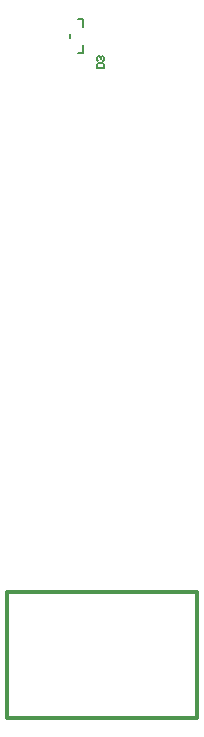
<source format=gbo>
G04*
G04 #@! TF.GenerationSoftware,Altium Limited,Altium Designer,20.0.13 (296)*
G04*
G04 Layer_Color=32896*
%FSLAX44Y44*%
%MOMM*%
G71*
G01*
G75*
%ADD10C,0.1500*%
%ADD12C,0.2000*%
%ADD13C,0.3000*%
D10*
X530000Y1014250D02*
X534000D01*
Y1007500D02*
Y1014250D01*
X530000Y985250D02*
X534000D01*
Y991750D01*
X523250Y997500D02*
Y1001000D01*
D12*
X551999Y972252D02*
X546001D01*
Y975251D01*
X547001Y976250D01*
X550999D01*
X551999Y975251D01*
Y972252D01*
X550999Y978250D02*
X551999Y979249D01*
Y981249D01*
X550999Y982248D01*
X550000D01*
X549000Y981249D01*
Y980249D01*
Y981249D01*
X548000Y982248D01*
X547001D01*
X546001Y981249D01*
Y979249D01*
X547001Y978250D01*
D13*
X469410Y422310D02*
X630700D01*
X469410D02*
Y528990D01*
X630700D01*
Y422310D02*
Y528990D01*
M02*

</source>
